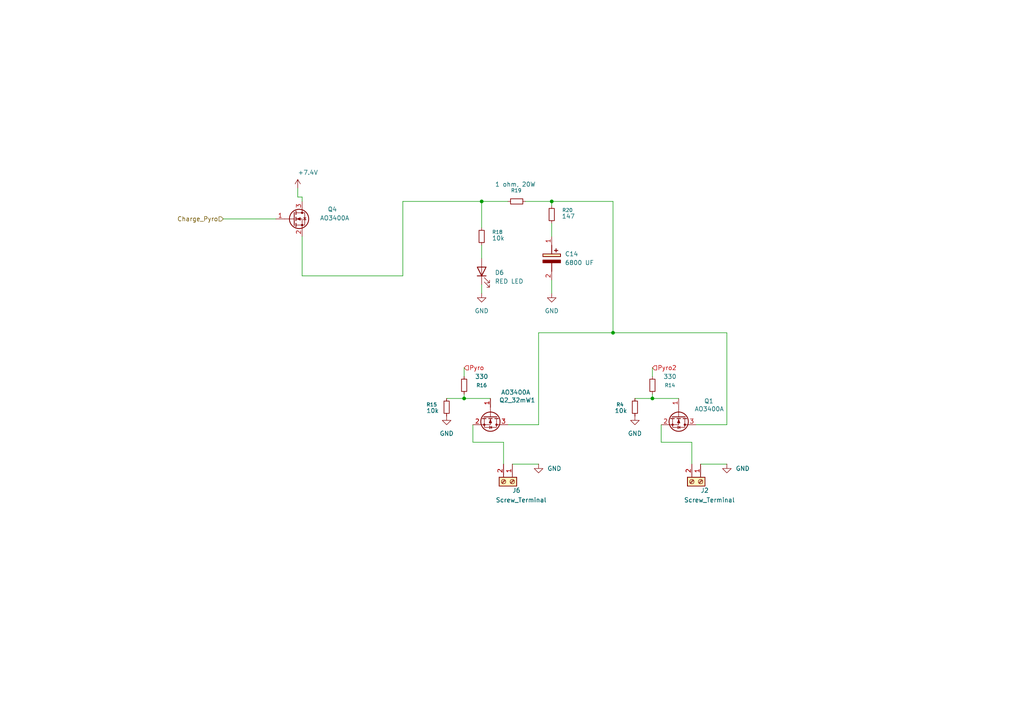
<source format=kicad_sch>
(kicad_sch (version 20250114) (generator "eeschema") (generator_version "9.0")
  (paper "A4")
  (lib_symbols
    (symbol "Connector:Screw_Terminal_01x02" (pin_names (offset 1.016) (hide yes))
      (property "Reference" "J" (at 0 2.54 0))
      (property "Value" "Screw_Terminal_01x02" (at 0 -5.08 0))
      (symbol "Screw_Terminal_01x02_1_1"
        (rectangle (start -1.27 1.27) (end 1.27 -3.81) (stroke (width 0.254)) (fill (type background)))
        (polyline (pts (xy -0.5334 0.3302) (xy 0.3302 -0.508)) (stroke (width 0.1524)))
        (polyline (pts (xy -0.5334 -2.2098) (xy 0.3302 -3.048)) (stroke (width 0.1524)))
        (polyline (pts (xy -0.3556 0.508) (xy 0.508 -0.3302)) (stroke (width 0.1524)))
        (polyline (pts (xy -0.3556 -2.032) (xy 0.508 -2.8702)) (stroke (width 0.1524)))
        (circle (center 0 0) (radius 0.635) (stroke (width 0.1524)))
        (circle (center 0 -2.54) (radius 0.635) (stroke (width 0.1524)))
        (pin passive line (at -5.08 0 0) (length 3.81) (name "Pin_1") (number "1"))
        (pin passive line (at -5.08 -2.54 0) (length 3.81) (name "Pin_2") (number "2"))
      )
    )
    (symbol "Device:LED" (pin_numbers (hide yes)) (pin_names (offset 1.016) (hide yes))
      (property "Reference" "D" (at 0 2.54 0))
      (property "Value" "LED" (at 0 -2.54 0))
      (symbol "LED_0_1"
        (polyline (pts (xy -3.048 -0.762) (xy -4.572 -2.286) (xy -3.81 -2.286) (xy -4.572 -2.286) (xy -4.572 -1.524)))
        (polyline (pts (xy -1.778 -0.762) (xy -3.302 -2.286) (xy -2.54 -2.286) (xy -3.302 -2.286) (xy -3.302 -1.524)))
        (polyline (pts (xy -1.27 0) (xy 1.27 0)))
        (polyline (pts (xy -1.27 -1.27) (xy -1.27 1.27)) (stroke (width 0.254)))
        (polyline (pts (xy 1.27 -1.27) (xy 1.27 1.27) (xy -1.27 0) (xy 1.27 -1.27)) (stroke (width 0.254)))
      )
      (symbol "LED_1_1"
        (pin passive line (at -3.81 0 0) (length 2.54) (name "K") (number "1"))
        (pin passive line (at 3.81 0 180) (length 2.54) (name "A") (number "2"))
      )
    )
    (symbol "Device:R_Small" (pin_numbers (hide yes)) (pin_names (offset 0.254) (hide yes))
      (property "Reference" "R" (at 0 0 90))
      (property "Value" "R_Small" (at 1.778 0 90))
      (symbol "R_Small_0_1"
        (rectangle (start -0.762 1.778) (end 0.762 -1.778) (stroke (width 0.2032)))
      )
      (symbol "R_Small_1_1"
        (pin passive line (at 0 2.54 270) (length 0.762) (name "~") (number "1"))
        (pin passive line (at 0 -2.54 90) (length 0.762) (name "~") (number "2"))
      )
    )
    (symbol "EEU-FR1A682B:EEU-FR1A682B" (pin_names (hide yes))
      (property "Reference" "C" (at 8.89 6.35 0))
      (property "Value" "EEU-FR1A682B" (at 8.89 3.81 0))
      (symbol "EEU-FR1A682B_1_1"
        (polyline (pts (xy 2.54 0) (xy 5.08 0)) (stroke (width 0.254)))
        (polyline (pts (xy 4.064 1.778) (xy 4.064 0.762)) (stroke (width 0.254)))
        (polyline (pts (xy 4.572 1.27) (xy 3.556 1.27)) (stroke (width 0.254)))
        (rectangle (start 5.08 2.54) (end 5.842 -2.54) (stroke (width 0.254)) (fill (type background)))
        (polyline (pts (xy 7.62 2.54) (xy 7.62 -2.54) (xy 6.858 -2.54) (xy 6.858 2.54) (xy 7.62 2.54)) (stroke (width 0.254)) (fill (type outline)))
        (polyline (pts (xy 7.62 0) (xy 10.16 0)) (stroke (width 0.254)))
        (pin passive line (at 0 0 0) (length 2.54) (name "+") (number "1"))
        (pin passive line (at 12.7 0 180) (length 2.54) (name "-") (number "2"))
      )
    )
    (symbol "Transistor_FET:AO3400A" (pin_names (offset 0) (hide yes))
      (property "Reference" "Q" (at 5.08 1.905 0))
      (property "Value" "AO3400A" (at 5.08 0 0))
      (symbol "AO3400A_0_1"
        (polyline (pts (xy 0.254 1.905) (xy 0.254 -1.905)) (stroke (width 0.254)))
        (polyline (pts (xy 0.254 0) (xy -2.54 0)))
        (polyline (pts (xy 0.762 2.286) (xy 0.762 1.27)) (stroke (width 0.254)))
        (polyline (pts (xy 0.762 0.508) (xy 0.762 -0.508)) (stroke (width 0.254)))
        (polyline (pts (xy 0.762 -1.27) (xy 0.762 -2.286)) (stroke (width 0.254)))
        (polyline (pts (xy 0.762 -1.778) (xy 3.302 -1.778) (xy 3.302 1.778) (xy 0.762 1.778)))
        (polyline (pts (xy 1.016 0) (xy 2.032 0.381) (xy 2.032 -0.381) (xy 1.016 0)) (fill (type outline)))
        (circle (center 1.651 0) (radius 2.794) (stroke (width 0.254)))
        (polyline (pts (xy 2.54 2.54) (xy 2.54 1.778)))
        (circle (center 2.54 1.778) (radius 0.254) (fill (type outline)))
        (circle (center 2.54 -1.778) (radius 0.254) (fill (type outline)))
        (polyline (pts (xy 2.54 -2.54) (xy 2.54 0) (xy 0.762 0)))
        (polyline (pts (xy 2.921 0.381) (xy 3.683 0.381)))
        (polyline (pts (xy 3.302 0.381) (xy 2.921 -0.254) (xy 3.683 -0.254) (xy 3.302 0.381)))
      )
      (symbol "AO3400A_1_1"
        (pin input line (at -5.08 0 0) (length 2.54) (name "G") (number "1"))
        (pin passive line (at 2.54 5.08 270) (length 2.54) (name "D") (number "3"))
        (pin passive line (at 2.54 -5.08 90) (length 2.54) (name "S") (number "2"))
      )
    )
    (symbol "power:+7.5V" (power) (pin_numbers (hide yes)) (pin_names (offset 0) (hide yes))
      (property "Value" "+7.5V" (at 0 3.556 0))
      (symbol "+7.5V_0_1"
        (polyline (pts (xy -0.762 1.27) (xy 0 2.54)))
        (polyline (pts (xy 0 2.54) (xy 0.762 1.27)))
        (polyline (pts (xy 0 0) (xy 0 2.54)))
      )
      (symbol "+7.5V_1_1"
        (pin power_in line (at 0 0 90) (length 0) (name "~") (number "1"))
      )
    )
    (symbol "power:GND" (power) (pin_numbers (hide yes)) (pin_names (offset 0) (hide yes))
      (property "Value" "GND" (at 0 -3.81 0))
      (symbol "GND_0_1"
        (polyline (pts (xy 0 0) (xy 0 -1.27) (xy 1.27 -1.27) (xy 0 -2.54) (xy -1.27 -1.27) (xy 0 -1.27)))
      )
      (symbol "GND_1_1"
        (pin power_in line (at 0 0 270) (length 0) (name "~") (number "1"))
      )
    )
  )
  (junction (at 139.7 58.42))
  (junction (at 134.62 115.57))
  (junction (at 177.8 96.52))
  (junction (at 160.02 58.42))
  (junction (at 189.23 115.57))
  (wire (pts (xy 189.23 115.57) (xy 196.85 115.57)))
  (wire (pts (xy 137.16 128.27) (xy 146.05 128.27)))
  (wire (pts (xy 189.23 115.57) (xy 184.15 115.57)))
  (wire (pts (xy 156.21 123.19) (xy 147.32 123.19)))
  (wire (pts (xy 191.77 123.19) (xy 191.77 128.27)))
  (wire (pts (xy 200.66 128.27) (xy 200.66 134.62)))
  (wire (pts (xy 87.63 80.01) (xy 116.84 80.01)))
  (wire (pts (xy 139.7 66.04) (xy 139.7 58.42)))
  (wire (pts (xy 160.02 58.42) (xy 160.02 59.69)))
  (wire (pts (xy 87.63 68.58) (xy 87.63 80.01)))
  (wire (pts (xy 189.23 114.3) (xy 189.23 115.57)))
  (wire (pts (xy 139.7 85.09) (xy 139.7 82.55)))
  (wire (pts (xy 191.77 128.27) (xy 200.66 128.27)))
  (wire (pts (xy 152.4 58.42) (xy 160.02 58.42)))
  (wire (pts (xy 146.05 128.27) (xy 146.05 134.62)))
  (wire (pts (xy 177.8 58.42) (xy 177.8 96.52)))
  (wire (pts (xy 156.21 96.52) (xy 156.21 123.19)))
  (wire (pts (xy 148.59 134.62) (xy 156.21 134.62)))
  (wire (pts (xy 160.02 58.42) (xy 177.8 58.42)))
  (wire (pts (xy 189.23 106.68) (xy 189.23 109.22)))
  (wire (pts (xy 203.2 134.62) (xy 210.82 134.62)))
  (wire (pts (xy 177.8 96.52) (xy 210.82 96.52)))
  (wire (pts (xy 87.63 57.15) (xy 86.36 57.15)))
  (wire (pts (xy 177.8 96.52) (xy 156.21 96.52)))
  (wire (pts (xy 210.82 123.19) (xy 201.93 123.19)))
  (wire (pts (xy 210.82 96.52) (xy 210.82 123.19)))
  (wire (pts (xy 160.02 64.77) (xy 160.02 68.58)))
  (wire (pts (xy 134.62 115.57) (xy 142.24 115.57)))
  (wire (pts (xy 160.02 81.28) (xy 160.02 85.09)))
  (wire (pts (xy 134.62 106.68) (xy 134.62 109.22)))
  (wire (pts (xy 87.63 57.15) (xy 87.63 58.42)))
  (wire (pts (xy 116.84 80.01) (xy 116.84 58.42)))
  (wire (pts (xy 139.7 74.93) (xy 139.7 71.12)))
  (wire (pts (xy 139.7 58.42) (xy 147.32 58.42)))
  (wire (pts (xy 137.16 123.19) (xy 137.16 128.27)))
  (wire (pts (xy 64.77 63.5) (xy 80.01 63.5)))
  (wire (pts (xy 134.62 114.3) (xy 134.62 115.57)))
  (wire (pts (xy 134.62 115.57) (xy 129.54 115.57)))
  (wire (pts (xy 86.36 57.15) (xy 86.36 54.61)))
  (wire (pts (xy 116.84 58.42) (xy 139.7 58.42)))
  (hierarchical_label "Pyro2" (shape input) (at 189.23 106.68 0))
  (hierarchical_label "Pyro" (shape input) (at 134.62 106.68 0))
  (hierarchical_label "Charge_Pyro" (shape input) (at 64.77 63.5 180))
  (symbol (lib_id "Transistor_FET:AO3400A") (at 196.85 120.65 270) (unit 1)
    (property "Reference" "Q1" (at 204.216 116.332 90) (effects (justify left)))
    (property "Value" "AO3400A" (at 201.422 118.618 90) (effects (justify left)))
    (property "Footprint" "Package_TO_SOT_SMD:SOT-23" (effects (hide yes)))
    (property "Datasheet" "http://www.aosmd.com/pdfs/datasheet/AO3400A.pdf" (effects (hide yes)))
    (property "Description" "30V Vds, 5.7A Id, N-Channel MOSFET, SOT-23" (effects (hide yes)))
  )
  (symbol (lib_id "Device:R_Small") (at 139.7 68.58 180) (unit 1)
    (property "Reference" "R18" (at 144.272 67.31 0) (effects (font (size 1.016 1.016))))
    (property "Value" "10k" (at 144.526 69.088 0))
    (property "Footprint" "Resistor:R0402" (effects (hide yes)))
    (property "Description" "Resistor, small symbol" (effects (hide yes)))
  )
  (symbol (lib_id "EEU-FR1A682B:EEU-FR1A682B") (at 160.02 68.58 270) (unit 1)
    (property "Reference" "C14" (at 163.83 73.6599 90) (effects (justify left)))
    (property "Value" "6800 UF" (at 163.83 76.1999 90) (effects (justify left)))
    (property "Footprint" "Capacitor:CAPPRD500W85D1250H3700" (effects (hide yes)))
    (property "Datasheet" "http://industrial.panasonic.com/cdbs/www-data/pdf/RDF0000/ABA0000C1259.pdf" (effects (hide yes)))
    (property "Description" "Aluminium Electrolytic Capacitor, Radial Lead Type, 105C,  6800UF 20% 10V RADIAL" (effects (hide yes)))
    (property "Height" "37" (effects (hide yes)))
    (property "Manufacturer_Name" "Panasonic" (effects (hide yes)))
    (property "Manufacturer_Part_Number" "EEU-FR1A682B" (effects (hide yes)))
  )
  (symbol (lib_id "Device:R_Small") (at 129.54 118.11 180) (unit 1)
    (property "Reference" "R15" (at 125.222 117.348 0) (effects (font (size 1.016 1.016))))
    (property "Value" "10k" (at 125.476 119.126 0))
    (property "Footprint" "Resistor:R0402" (effects (hide yes)))
    (property "Description" "Resistor, small symbol" (effects (hide yes)))
  )
  (symbol (lib_id "Device:LED") (at 139.7 78.74 90) (unit 1)
    (property "Reference" "D6" (at 143.51 79.0574 90) (effects (justify right)))
    (property "Value" "RED LED" (at 143.51 81.5974 90) (effects (justify right)))
    (property "Footprint" "LED_SMD:LED_0402_1005Metric" (effects (hide yes)))
    (property "Description" "Light emitting diode" (effects (hide yes)))
    (property "Sim.Pins" "1=K 2=A" (effects (hide yes)))
  )
  (symbol (lib_id "power:GND") (at 129.54 120.65 0) (unit 1)
    (property "Reference" "#PWR031" (effects (hide yes)))
    (property "Value" "GND" (at 129.54 125.73 0))
    (property "Description" "Power symbol creates a global label with name \"GND\" , ground" (effects (hide yes)))
  )
  (symbol (lib_id "Transistor_FET:AO3400A") (at 85.09 63.5 0) (unit 1)
    (property "Reference" "Q4" (at 97.79 60.706 0) (effects (justify right)))
    (property "Value" "AO3400A" (at 101.346 63.246 0) (effects (justify right)))
    (property "Footprint" "Package_TO_SOT_SMD:SOT-23" (effects (hide yes)))
    (property "Datasheet" "http://www.aosmd.com/pdfs/datasheet/AO3400A.pdf" (effects (hide yes)))
    (property "Description" "30V Vds, 5.7A Id, N-Channel MOSFET, SOT-23" (effects (hide yes)))
  )
  (symbol (lib_id "Connector:Screw_Terminal_01x02") (at 203.2 139.7 270) (unit 1)
    (property "Reference" "J2" (at 203.2001 142.24 90) (effects (justify left)))
    (property "Value" "Screw_Terminal" (at 198.374 145.034 90) (effects (justify left)))
    (property "Footprint" "TerminalBlock:TerminalBlock_MaiXu_MX126-5.0-02P_1x02_P5.00mm" (effects (hide yes)))
    (property "Description" "Generic screw terminal, single row, 01x02, script generated (kicad-library-utils/schlib/autogen/connector/)" (effects (hide yes)))
  )
  (symbol (lib_id "power:GND") (at 184.15 120.65 0) (unit 1)
    (property "Reference" "#PWR043" (effects (hide yes)))
    (property "Value" "GND" (at 184.15 125.73 0))
    (property "Description" "Power symbol creates a global label with name \"GND\" , ground" (effects (hide yes)))
  )
  (symbol (lib_id "Device:R_Small") (at 189.23 111.76 0) (unit 1)
    (property "Reference" "R14" (at 194.31 111.76 0) (effects (font (size 1.016 1.016))))
    (property "Value" "330" (at 194.31 109.22 0))
    (property "Footprint" "Resistor:R0402" (effects (hide yes)))
    (property "Description" "Resistor, small symbol" (effects (hide yes)))
  )
  (symbol (lib_id "Connector:Screw_Terminal_01x02") (at 148.59 139.7 270) (unit 1)
    (property "Reference" "J6" (at 148.5901 142.24 90) (effects (justify left)))
    (property "Value" "Screw_Terminal" (at 143.764 145.034 90) (effects (justify left)))
    (property "Footprint" "TerminalBlock:TerminalBlock_MaiXu_MX126-5.0-02P_1x02_P5.00mm" (effects (hide yes)))
    (property "Description" "Generic screw terminal, single row, 01x02, script generated (kicad-library-utils/schlib/autogen/connector/)" (effects (hide yes)))
  )
  (symbol (lib_id "power:GND") (at 210.82 134.62 0) (mirror y) (unit 1)
    (property "Reference" "#PWR050" (effects (hide yes)))
    (property "Value" "GND" (at 213.36 135.8899 0) (effects (justify right)))
    (property "Description" "Power symbol creates a global label with name \"GND\" , ground" (effects (hide yes)))
  )
  (symbol (lib_id "Device:R_Small") (at 184.15 118.11 180) (unit 1)
    (property "Reference" "R4" (at 179.832 117.348 0) (effects (font (size 1.016 1.016))))
    (property "Value" "10k" (at 180.086 119.126 0))
    (property "Footprint" "Resistor:R0402" (effects (hide yes)))
    (property "Description" "Resistor, small symbol" (effects (hide yes)))
  )
  (symbol (lib_id "Transistor_FET:AO3400A") (at 142.24 120.65 270) (unit 1)
    (property "Reference" "Q2_32mW1" (at 144.78 116.078 90) (effects (justify left)))
    (property "Value" "AO3400A" (at 145.288 113.792 90) (effects (justify left)))
    (property "Footprint" "Package_TO_SOT_SMD:SOT-23" (effects (hide yes)))
    (property "Datasheet" "http://www.aosmd.com/pdfs/datasheet/AO3400A.pdf" (effects (hide yes)))
    (property "Description" "30V Vds, 5.7A Id, N-Channel MOSFET, SOT-23" (effects (hide yes)))
  )
  (symbol (lib_id "power:GND") (at 160.02 85.09 0) (unit 1)
    (property "Reference" "#PWR049" (effects (hide yes)))
    (property "Value" "GND" (at 160.02 90.17 0))
    (property "Description" "Power symbol creates a global label with name \"GND\" , ground" (effects (hide yes)))
  )
  (symbol (lib_id "Device:R_Small") (at 134.62 111.76 0) (unit 1)
    (property "Reference" "R16" (at 139.7 111.76 0) (effects (font (size 1.016 1.016))))
    (property "Value" "330" (at 139.7 109.22 0))
    (property "Footprint" "Resistor:R0402" (effects (hide yes)))
    (property "Description" "Resistor, small symbol" (effects (hide yes)))
  )
  (symbol (lib_id "power:GND") (at 139.7 85.09 0) (unit 1)
    (property "Reference" "#PWR051" (effects (hide yes)))
    (property "Value" "GND" (at 139.7 90.17 0))
    (property "Description" "Power symbol creates a global label with name \"GND\" , ground" (effects (hide yes)))
  )
  (symbol (lib_id "Device:R_Small") (at 149.86 58.42 270) (unit 1)
    (property "Reference" "R19" (at 149.733 55.245 90) (effects (font (size 1.016 1.016))))
    (property "Value" "1 ohm, 20W" (at 149.479 53.467 90))
    (property "Footprint" "Resistor:R0402" (effects (hide yes)))
    (property "Description" "Resistor, small symbol" (effects (hide yes)))
  )
  (symbol (lib_id "power:GND") (at 156.21 134.62 0) (mirror y) (unit 1)
    (property "Reference" "#PWR0102" (effects (hide yes)))
    (property "Value" "GND" (at 158.75 135.8899 0) (effects (justify right)))
    (property "Description" "Power symbol creates a global label with name \"GND\" , ground" (effects (hide yes)))
  )
  (symbol (lib_id "Device:R_Small") (at 160.02 62.23 180) (unit 1)
    (property "Reference" "R20" (at 164.592 60.96 0) (effects (font (size 1.016 1.016))))
    (property "Value" "147" (at 164.846 62.738 0))
    (property "Footprint" "Resistor:R0402" (effects (hide yes)))
    (property "Description" "Resistor, small symbol" (effects (hide yes)))
  )
  (symbol (lib_id "power:+7.5V") (at 86.36 54.61 0) (unit 1)
    (property "Reference" "#PWR052" (effects (hide yes)))
    (property "Value" "+7.4V" (at 86.36 50.038 0) (effects (justify left)))
    (property "Description" "Power symbol creates a global label with name \"+7.5V\"" (effects (hide yes)))
  )
)
</source>
